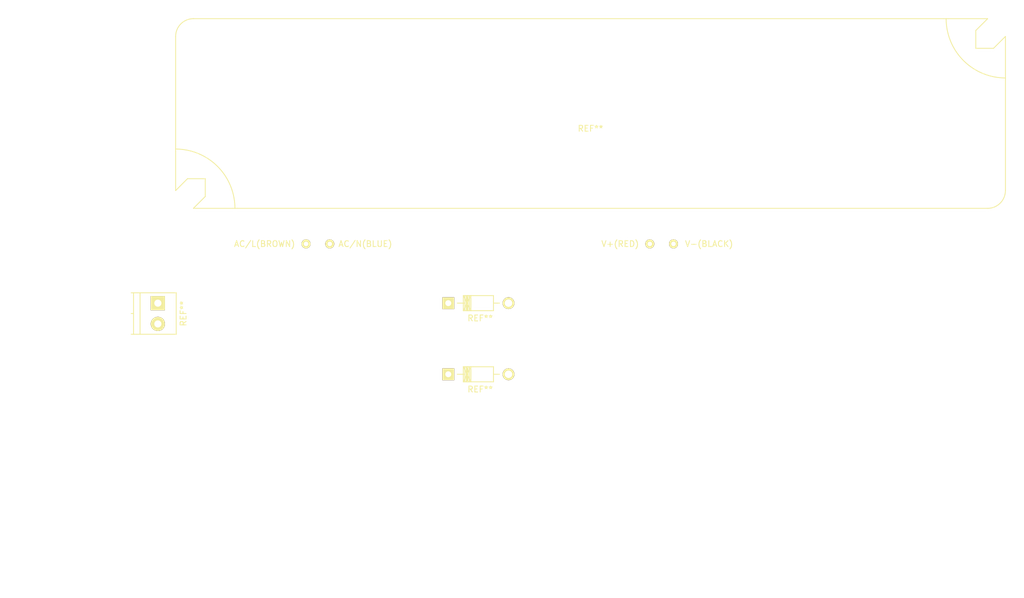
<source format=kicad_pcb>
(kicad_pcb (version 4) (host pcbnew 4.0.2-stable)

  (general
    (links 0)
    (no_connects 0)
    (area 60.500001 40.899999 231.100001 143.700001)
    (thickness 1.6)
    (drawings 8)
    (tracks 0)
    (zones 0)
    (modules 4)
    (nets 1)
  )

  (page A4)
  (title_block
    (title "Raptor UPS")
    (date 2016-05-14)
    (company My-Poi!)
  )

  (layers
    (0 F.Cu signal)
    (31 B.Cu signal)
    (32 B.Adhes user)
    (33 F.Adhes user)
    (34 B.Paste user)
    (35 F.Paste user)
    (36 B.SilkS user)
    (37 F.SilkS user)
    (38 B.Mask user)
    (39 F.Mask user)
    (40 Dwgs.User user)
    (41 Cmts.User user)
    (42 Eco1.User user)
    (43 Eco2.User user)
    (44 Edge.Cuts user)
    (45 Margin user)
    (46 B.CrtYd user)
    (47 F.CrtYd user)
    (48 B.Fab user)
    (49 F.Fab user)
  )

  (setup
    (last_trace_width 0.25)
    (trace_clearance 0.2)
    (zone_clearance 0.508)
    (zone_45_only no)
    (trace_min 0.2)
    (segment_width 0.2)
    (edge_width 0.1)
    (via_size 0.6)
    (via_drill 0.4)
    (via_min_size 0.4)
    (via_min_drill 0.3)
    (uvia_size 0.3)
    (uvia_drill 0.1)
    (uvias_allowed no)
    (uvia_min_size 0.2)
    (uvia_min_drill 0.1)
    (pcb_text_width 0.3)
    (pcb_text_size 1.5 1.5)
    (mod_edge_width 0.15)
    (mod_text_size 1 1)
    (mod_text_width 0.15)
    (pad_size 1.5 1.5)
    (pad_drill 0.6)
    (pad_to_mask_clearance 0)
    (aux_axis_origin 76 131)
    (grid_origin 76 131)
    (visible_elements 7FFFFFFF)
    (pcbplotparams
      (layerselection 0x00030_80000001)
      (usegerberextensions false)
      (excludeedgelayer true)
      (linewidth 0.100000)
      (plotframeref false)
      (viasonmask false)
      (mode 1)
      (useauxorigin false)
      (hpglpennumber 1)
      (hpglpenspeed 20)
      (hpglpendiameter 15)
      (hpglpenoverlay 2)
      (psnegative false)
      (psa4output false)
      (plotreference true)
      (plotvalue true)
      (plotinvisibletext false)
      (padsonsilk false)
      (subtractmaskfromsilk false)
      (outputformat 1)
      (mirror false)
      (drillshape 1)
      (scaleselection 1)
      (outputdirectory ""))
  )

  (net 0 "")

  (net_class Default "To jest domyślna klasa połączeń."
    (clearance 0.2)
    (trace_width 0.25)
    (via_dia 0.6)
    (via_drill 0.4)
    (uvia_dia 0.3)
    (uvia_drill 0.1)
  )

  (module Diodes_ThroughHole:Diode_DO-41_SOD81_Horizontal_RM10 (layer F.Cu) (tedit 5738300D) (tstamp 57382F32)
    (at 134 92)
    (descr "Diode, DO-41, SOD81, Horizontal, RM 10mm,")
    (tags "Diode, DO-41, SOD81, Horizontal, RM 10mm, 1N4007, SB140,")
    (fp_text reference REF** (at 5.38734 2.53746) (layer F.SilkS)
      (effects (font (size 1 1) (thickness 0.15)))
    )
    (fp_text value D2 (at 4.37134 -3.55854) (layer F.Fab)
      (effects (font (size 1 1) (thickness 0.15)))
    )
    (fp_line (start 7.62 -0.00254) (end 8.636 -0.00254) (layer F.SilkS) (width 0.15))
    (fp_line (start 2.794 -0.00254) (end 1.524 -0.00254) (layer F.SilkS) (width 0.15))
    (fp_line (start 3.048 -1.27254) (end 3.048 1.26746) (layer F.SilkS) (width 0.15))
    (fp_line (start 3.302 -1.27254) (end 3.302 1.26746) (layer F.SilkS) (width 0.15))
    (fp_line (start 3.556 -1.27254) (end 3.556 1.26746) (layer F.SilkS) (width 0.15))
    (fp_line (start 2.794 -1.27254) (end 2.794 1.26746) (layer F.SilkS) (width 0.15))
    (fp_line (start 3.81 -1.27254) (end 2.54 1.26746) (layer F.SilkS) (width 0.15))
    (fp_line (start 2.54 -1.27254) (end 3.81 1.26746) (layer F.SilkS) (width 0.15))
    (fp_line (start 3.81 -1.27254) (end 3.81 1.26746) (layer F.SilkS) (width 0.15))
    (fp_line (start 3.175 -1.27254) (end 3.175 1.26746) (layer F.SilkS) (width 0.15))
    (fp_line (start 2.54 1.26746) (end 2.54 -1.27254) (layer F.SilkS) (width 0.15))
    (fp_line (start 2.54 -1.27254) (end 7.62 -1.27254) (layer F.SilkS) (width 0.15))
    (fp_line (start 7.62 -1.27254) (end 7.62 1.26746) (layer F.SilkS) (width 0.15))
    (fp_line (start 7.62 1.26746) (end 2.54 1.26746) (layer F.SilkS) (width 0.15))
    (pad 2 thru_hole circle (at 10.16 -0.00254 180) (size 1.99898 1.99898) (drill 1.27) (layers *.Cu *.Mask F.SilkS))
    (pad 1 thru_hole rect (at 0 -0.00254 180) (size 1.99898 1.99898) (drill 1.00076) (layers *.Cu *.Mask F.SilkS))
  )

  (module Diodes_ThroughHole:Diode_DO-41_SOD81_Horizontal_RM10 (layer F.Cu) (tedit 57383014) (tstamp 573792A1)
    (at 134 104)
    (descr "Diode, DO-41, SOD81, Horizontal, RM 10mm,")
    (tags "Diode, DO-41, SOD81, Horizontal, RM 10mm, 1N4007, SB140,")
    (fp_text reference REF** (at 5.38734 2.53746) (layer F.SilkS)
      (effects (font (size 1 1) (thickness 0.15)))
    )
    (fp_text value D1 (at 4.37134 -3.55854) (layer F.Fab)
      (effects (font (size 1 1) (thickness 0.15)))
    )
    (fp_line (start 7.62 -0.00254) (end 8.636 -0.00254) (layer F.SilkS) (width 0.15))
    (fp_line (start 2.794 -0.00254) (end 1.524 -0.00254) (layer F.SilkS) (width 0.15))
    (fp_line (start 3.048 -1.27254) (end 3.048 1.26746) (layer F.SilkS) (width 0.15))
    (fp_line (start 3.302 -1.27254) (end 3.302 1.26746) (layer F.SilkS) (width 0.15))
    (fp_line (start 3.556 -1.27254) (end 3.556 1.26746) (layer F.SilkS) (width 0.15))
    (fp_line (start 2.794 -1.27254) (end 2.794 1.26746) (layer F.SilkS) (width 0.15))
    (fp_line (start 3.81 -1.27254) (end 2.54 1.26746) (layer F.SilkS) (width 0.15))
    (fp_line (start 2.54 -1.27254) (end 3.81 1.26746) (layer F.SilkS) (width 0.15))
    (fp_line (start 3.81 -1.27254) (end 3.81 1.26746) (layer F.SilkS) (width 0.15))
    (fp_line (start 3.175 -1.27254) (end 3.175 1.26746) (layer F.SilkS) (width 0.15))
    (fp_line (start 2.54 1.26746) (end 2.54 -1.27254) (layer F.SilkS) (width 0.15))
    (fp_line (start 2.54 -1.27254) (end 7.62 -1.27254) (layer F.SilkS) (width 0.15))
    (fp_line (start 7.62 -1.27254) (end 7.62 1.26746) (layer F.SilkS) (width 0.15))
    (fp_line (start 7.62 1.26746) (end 2.54 1.26746) (layer F.SilkS) (width 0.15))
    (pad 2 thru_hole circle (at 10.16 -0.00254 180) (size 1.99898 1.99898) (drill 1.27) (layers *.Cu *.Mask F.SilkS))
    (pad 1 thru_hole rect (at 0 -0.00254 180) (size 1.99898 1.99898) (drill 1.00076) (layers *.Cu *.Mask F.SilkS))
  )

  (module my-poi:GPV-20-5 (layer F.Cu) (tedit 5737718F) (tstamp 573796F4)
    (at 158 60)
    (fp_text reference REF** (at 0 2.54) (layer F.SilkS)
      (effects (font (size 1 1) (thickness 0.15)))
    )
    (fp_text value GPV-20-5 (at 0 -2.54) (layer F.Fab)
      (effects (font (size 1 1) (thickness 0.15)))
    )
    (fp_text user "V-(BLACK)" (at 20 22) (layer F.SilkS)
      (effects (font (size 1 1) (thickness 0.15)))
    )
    (fp_text user "V+(RED)" (at 5 22) (layer F.SilkS)
      (effects (font (size 1 1) (thickness 0.15)))
    )
    (fp_text user "AC/N(BLUE)" (at -38 22) (layer F.SilkS)
      (effects (font (size 1 1) (thickness 0.15)))
    )
    (fp_text user "AC/L(BROWN)" (at -55 22) (layer F.SilkS)
      (effects (font (size 1 1) (thickness 0.15)))
    )
    (fp_arc (start 67 13) (end 70 13) (angle 90) (layer F.SilkS) (width 0.15))
    (fp_arc (start -67 -13) (end -70 -13) (angle 90) (layer F.SilkS) (width 0.15))
    (fp_arc (start -70 16) (end -70 6) (angle 90) (layer F.SilkS) (width 0.15))
    (fp_arc (start 70 -16) (end 70 -6) (angle 90) (layer F.SilkS) (width 0.15))
    (fp_line (start 70 -13) (end 68 -11) (layer F.SilkS) (width 0.15))
    (fp_line (start 68 -11) (end 65 -11) (layer F.SilkS) (width 0.15))
    (fp_line (start 65 -11) (end 65 -14) (layer F.SilkS) (width 0.15))
    (fp_line (start 67 -16) (end 65 -14) (layer F.SilkS) (width 0.15))
    (fp_line (start -65 14) (end -65 11) (layer F.SilkS) (width 0.15))
    (fp_line (start -65 11) (end -68 11) (layer F.SilkS) (width 0.15))
    (fp_line (start -70 13) (end -68 11) (layer F.SilkS) (width 0.15))
    (fp_line (start -67 16) (end -65 14) (layer F.SilkS) (width 0.15))
    (fp_line (start 70 -13) (end 70 13) (layer F.SilkS) (width 0.15))
    (fp_line (start -70 -13) (end -70 13) (layer F.SilkS) (width 0.15))
    (fp_line (start -67 16) (end 67 16) (layer F.SilkS) (width 0.15))
    (fp_line (start -67 -16) (end 67 -16) (layer F.SilkS) (width 0.15))
    (pad 1 thru_hole circle (at -48 22) (size 1.524 1.524) (drill 0.762) (layers *.Cu *.Mask F.SilkS))
    (pad 2 thru_hole circle (at -44 22) (size 1.524 1.524) (drill 0.762) (layers *.Cu *.Mask F.SilkS))
    (pad 4 thru_hole circle (at 14 22) (size 1.524 1.524) (drill 0.762) (layers *.Cu *.Mask F.SilkS))
    (pad 3 thru_hole circle (at 10 22) (size 1.524 1.524) (drill 0.762) (layers *.Cu *.Mask F.SilkS))
  )

  (module Terminal_Blocks:TerminalBlock_Pheonix_PT-3.5mm_2pol (layer F.Cu) (tedit 0) (tstamp 5738DD3B)
    (at 85 92 270)
    (descr "2-way 3.5mm pitch terminal block, Phoenix PT series")
    (fp_text reference REF** (at 1.75 -4.3 270) (layer F.SilkS)
      (effects (font (size 1 1) (thickness 0.15)))
    )
    (fp_text value TerminalBlock_Pheonix_PT-3.5mm_2pol (at 1.75 6 270) (layer F.Fab)
      (effects (font (size 1 1) (thickness 0.15)))
    )
    (fp_line (start -1.9 -3.3) (end 5.4 -3.3) (layer F.CrtYd) (width 0.05))
    (fp_line (start -1.9 4.7) (end -1.9 -3.3) (layer F.CrtYd) (width 0.05))
    (fp_line (start 5.4 4.7) (end -1.9 4.7) (layer F.CrtYd) (width 0.05))
    (fp_line (start 5.4 -3.3) (end 5.4 4.7) (layer F.CrtYd) (width 0.05))
    (fp_line (start 1.75 4.1) (end 1.75 4.5) (layer F.SilkS) (width 0.15))
    (fp_line (start -1.75 3) (end 5.25 3) (layer F.SilkS) (width 0.15))
    (fp_line (start -1.75 4.1) (end 5.25 4.1) (layer F.SilkS) (width 0.15))
    (fp_line (start -1.75 -3.1) (end -1.75 4.5) (layer F.SilkS) (width 0.15))
    (fp_line (start 5.25 4.5) (end 5.25 -3.1) (layer F.SilkS) (width 0.15))
    (fp_line (start 5.25 -3.1) (end -1.75 -3.1) (layer F.SilkS) (width 0.15))
    (pad 2 thru_hole circle (at 3.5 0 270) (size 2.4 2.4) (drill 1.2) (layers *.Cu *.Mask F.SilkS))
    (pad 1 thru_hole rect (at 0 0 270) (size 2.4 2.4) (drill 1.2) (layers *.Cu *.Mask F.SilkS))
    (model Terminal_Blocks.3dshapes/TerminalBlock_Pheonix_PT-3.5mm_2pol.wrl
      (at (xyz 0 0 0))
      (scale (xyz 1 1 1))
      (rotate (xyz 0 0 0))
    )
  )

  (gr_circle (center 82 56) (end 84 57) (layer F.Fab) (width 0.2))
  (gr_circle (center 82 108) (end 84 109) (layer F.Fab) (width 0.2))
  (gr_line (start 231 41) (end 231 131) (angle 90) (layer F.Fab) (width 0.2))
  (gr_line (start 76 41) (end 231 41) (angle 90) (layer F.Fab) (width 0.2))
  (gr_line (start 76 131) (end 76 41) (angle 90) (layer F.Fab) (width 0.2))
  (dimension 90 (width 0.3) (layer F.Fab)
    (gr_text "90 mm" (at 64.65 86 90) (layer F.Fab)
      (effects (font (size 1.5 1.5) (thickness 0.3)))
    )
    (feature1 (pts (xy 76 41) (xy 63.3 41)))
    (feature2 (pts (xy 76 131) (xy 63.3 131)))
    (crossbar (pts (xy 66 131) (xy 66 41)))
    (arrow1a (pts (xy 66 41) (xy 66.586421 42.126504)))
    (arrow1b (pts (xy 66 41) (xy 65.413579 42.126504)))
    (arrow2a (pts (xy 66 131) (xy 66.586421 129.873496)))
    (arrow2b (pts (xy 66 131) (xy 65.413579 129.873496)))
  )
  (gr_line (start 76 131) (end 231 131) (angle 90) (layer F.Fab) (width 0.2))
  (dimension 155 (width 0.3) (layer F.Fab)
    (gr_text "155 mm" (at 153.5 142.35) (layer F.Fab)
      (effects (font (size 1.5 1.5) (thickness 0.3)))
    )
    (feature1 (pts (xy 231 131) (xy 231 143.7)))
    (feature2 (pts (xy 76 131) (xy 76 143.7)))
    (crossbar (pts (xy 76 141) (xy 231 141)))
    (arrow1a (pts (xy 231 141) (xy 229.873496 141.586421)))
    (arrow1b (pts (xy 231 141) (xy 229.873496 140.413579)))
    (arrow2a (pts (xy 76 141) (xy 77.126504 141.586421)))
    (arrow2b (pts (xy 76 141) (xy 77.126504 140.413579)))
  )

)

</source>
